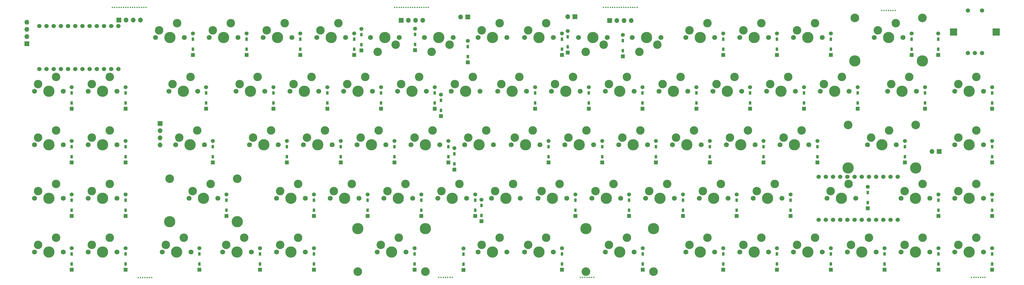
<source format=gbr>
%TF.GenerationSoftware,KiCad,Pcbnew,8.0.8*%
%TF.CreationDate,2025-04-13T22:17:09+09:00*%
%TF.ProjectId,sswkbd_wiring,7373776b-6264-45f7-9769-72696e672e6b,rev?*%
%TF.SameCoordinates,Original*%
%TF.FileFunction,Soldermask,Top*%
%TF.FilePolarity,Negative*%
%FSLAX46Y46*%
G04 Gerber Fmt 4.6, Leading zero omitted, Abs format (unit mm)*
G04 Created by KiCad (PCBNEW 8.0.8) date 2025-04-13 22:17:09*
%MOMM*%
%LPD*%
G01*
G04 APERTURE LIST*
%ADD10R,1.397000X1.397000*%
%ADD11R,0.950000X1.300000*%
%ADD12C,1.397000*%
%ADD13C,1.750000*%
%ADD14C,3.000000*%
%ADD15C,3.987800*%
%ADD16C,3.048000*%
%ADD17C,0.500000*%
%ADD18R,1.700000X1.700000*%
%ADD19O,1.700000X1.700000*%
%ADD20C,1.524000*%
%ADD21R,2.500000X2.500000*%
%ADD22C,1.500000*%
G04 APERTURE END LIST*
D10*
%TO.C,D32*%
X366509249Y-98964950D03*
D11*
X366509249Y-96929950D03*
X366509249Y-93379950D03*
D12*
X366509249Y-91344950D03*
%TD*%
D13*
%TO.C,SW13*%
X296333000Y-73760000D03*
D14*
X297603000Y-71220000D03*
D15*
X301413000Y-73760000D03*
D14*
X303953000Y-68680000D03*
D13*
X306493000Y-73760000D03*
%TD*%
D10*
%TO.C,D67*%
X86461999Y-156014950D03*
D11*
X86461999Y-153979950D03*
X86461999Y-150429950D03*
D12*
X86461999Y-148394950D03*
%TD*%
D10*
%TO.C,D50*%
X60336999Y-137014950D03*
D11*
X60336999Y-134979950D03*
X60336999Y-131429950D03*
D12*
X60336999Y-129394950D03*
%TD*%
D10*
%TO.C,D73*%
X243034249Y-156014950D03*
D11*
X243034249Y-153979950D03*
X243034249Y-150429950D03*
D12*
X243034249Y-148394950D03*
%TD*%
D10*
%TO.C,D46*%
X304759249Y-117989950D03*
D11*
X304759249Y-115954950D03*
X304759249Y-112404950D03*
D12*
X304759249Y-110369950D03*
%TD*%
D13*
%TO.C,SW6*%
X176071250Y-73760000D03*
D14*
X174801250Y-76300000D03*
D15*
X170991250Y-73760000D03*
D14*
X168451250Y-78840000D03*
D13*
X165911250Y-73760000D03*
%TD*%
D10*
%TO.C,D38*%
X155361999Y-117989950D03*
D11*
X155361999Y-115954950D03*
X155361999Y-112404950D03*
D12*
X155361999Y-110369950D03*
%TD*%
D10*
%TO.C,D76*%
X309509249Y-156014950D03*
D11*
X309509249Y-153979950D03*
X309509249Y-150429950D03*
D12*
X309509249Y-148394950D03*
%TD*%
D10*
%TO.C,D74*%
X271509249Y-156014950D03*
D11*
X271509249Y-153979950D03*
X271509249Y-150429950D03*
D12*
X271509249Y-148394950D03*
%TD*%
D10*
%TO.C,D52*%
X126861999Y-137014950D03*
D11*
X126861999Y-134979950D03*
X126861999Y-131429950D03*
D12*
X126861999Y-129394950D03*
%TD*%
D10*
%TO.C,D39*%
X174361999Y-117989950D03*
D11*
X174361999Y-115954950D03*
X174361999Y-112404950D03*
D12*
X174361999Y-110369950D03*
%TD*%
D10*
%TO.C,D15*%
X347491000Y-79958000D03*
D11*
X347491000Y-77923000D03*
X347491000Y-74373000D03*
D12*
X347491000Y-72338000D03*
%TD*%
D10*
%TO.C,D44*%
X266759249Y-117989950D03*
D11*
X266759249Y-115954950D03*
X266759249Y-112404950D03*
D12*
X266759249Y-110369950D03*
%TD*%
D13*
%TO.C,SW50*%
X47160750Y-130760000D03*
D14*
X48430750Y-128220000D03*
D15*
X52240750Y-130760000D03*
D14*
X54780750Y-125680000D03*
D13*
X57320750Y-130760000D03*
%TD*%
%TO.C,SW28*%
X267833000Y-92760000D03*
D14*
X269103000Y-90220000D03*
D15*
X272913000Y-92760000D03*
D14*
X275453000Y-87680000D03*
D13*
X277993000Y-92760000D03*
%TD*%
%TO.C,SW75*%
X277333000Y-149760000D03*
D14*
X278603000Y-147220000D03*
D15*
X282413000Y-149760000D03*
D14*
X284953000Y-144680000D03*
D13*
X287493000Y-149760000D03*
%TD*%
D10*
%TO.C,D4*%
X141111999Y-79964950D03*
D11*
X141111999Y-77929950D03*
X141111999Y-74379950D03*
D12*
X141111999Y-72344950D03*
%TD*%
D13*
%TO.C,SW2*%
X89910750Y-73760000D03*
D14*
X91180750Y-71220000D03*
D15*
X94990750Y-73760000D03*
D14*
X97530750Y-68680000D03*
D13*
X100070750Y-73760000D03*
%TD*%
%TO.C,SW22*%
X156410750Y-92760000D03*
D14*
X157680750Y-90220000D03*
D15*
X161490750Y-92760000D03*
D14*
X164030750Y-87680000D03*
D13*
X166570750Y-92760000D03*
%TD*%
D10*
%TO.C,D43*%
X247759249Y-117989950D03*
D11*
X247759249Y-115954950D03*
X247759249Y-112404950D03*
D12*
X247759249Y-110369950D03*
%TD*%
D13*
%TO.C,SW53*%
X132660750Y-130760000D03*
D14*
X133930750Y-128220000D03*
D15*
X137740750Y-130760000D03*
D14*
X140280750Y-125680000D03*
D13*
X142820750Y-130760000D03*
%TD*%
%TO.C,SW66*%
X47160750Y-149760000D03*
D14*
X48430750Y-147220000D03*
D15*
X52240750Y-149760000D03*
D14*
X54780750Y-144680000D03*
D13*
X57320750Y-149760000D03*
%TD*%
D10*
%TO.C,D41*%
X209759249Y-117989950D03*
D11*
X209759249Y-115954950D03*
X209759249Y-112404950D03*
D12*
X209759249Y-110369950D03*
%TD*%
D10*
%TO.C,D1*%
X84111999Y-79964950D03*
D11*
X84111999Y-77929950D03*
X84111999Y-74379950D03*
D12*
X84111999Y-72344950D03*
%TD*%
D13*
%TO.C,SW18*%
X75660750Y-92760000D03*
D14*
X76930750Y-90220000D03*
D15*
X80740750Y-92760000D03*
D14*
X83280750Y-87680000D03*
D13*
X85820750Y-92760000D03*
%TD*%
%TO.C,SW8*%
X211493000Y-73760000D03*
D14*
X208953000Y-68680000D03*
D15*
X206413000Y-73760000D03*
D14*
X202603000Y-71220000D03*
D13*
X201333000Y-73760000D03*
%TD*%
%TO.C,SW26*%
X229833000Y-92760000D03*
D14*
X231103000Y-90220000D03*
D15*
X234913000Y-92760000D03*
D14*
X237453000Y-87680000D03*
D13*
X239993000Y-92760000D03*
%TD*%
D10*
%TO.C,D11*%
X271509249Y-79964950D03*
D11*
X271509249Y-77929950D03*
X271509249Y-74379950D03*
D12*
X271509249Y-72344950D03*
%TD*%
D13*
%TO.C,SW29*%
X286833000Y-92760000D03*
D14*
X288103000Y-90220000D03*
D15*
X291913000Y-92760000D03*
D14*
X294453000Y-87680000D03*
D13*
X296993000Y-92760000D03*
%TD*%
D10*
%TO.C,D51*%
X95961999Y-137014950D03*
D11*
X95961999Y-134979950D03*
X95961999Y-131429950D03*
D12*
X95961999Y-129394950D03*
%TD*%
D13*
%TO.C,SW41*%
X196583000Y-111760000D03*
D14*
X197853000Y-109220000D03*
D15*
X201663000Y-111760000D03*
D14*
X204203000Y-106680000D03*
D13*
X206743000Y-111760000D03*
%TD*%
%TO.C,SW67*%
X73285750Y-149760000D03*
D14*
X74555750Y-147220000D03*
D15*
X78365750Y-149760000D03*
D14*
X80905750Y-144680000D03*
D13*
X83445750Y-149760000D03*
%TD*%
%TO.C,SW77*%
X315333000Y-149760000D03*
D14*
X316603000Y-147220000D03*
D15*
X320413000Y-149760000D03*
D14*
X322953000Y-144680000D03*
D13*
X325493000Y-149760000D03*
%TD*%
D15*
%TO.C,SW73*%
X223000000Y-141505000D03*
D16*
X223000000Y-156745000D03*
D13*
X229858000Y-149760000D03*
D14*
X231128000Y-147220000D03*
D15*
X234938000Y-149760000D03*
D14*
X237478000Y-144680000D03*
D13*
X240018000Y-149760000D03*
D15*
X246876000Y-141505000D03*
D16*
X246876000Y-156745000D03*
%TD*%
D13*
%TO.C,SW43*%
X234583000Y-111760000D03*
D14*
X235853000Y-109220000D03*
D15*
X239663000Y-111760000D03*
D14*
X242203000Y-106680000D03*
D13*
X244743000Y-111760000D03*
%TD*%
D10*
%TO.C,D59*%
X257259249Y-137014950D03*
D11*
X257259249Y-134979950D03*
X257259249Y-131429950D03*
D12*
X257259249Y-129394950D03*
%TD*%
D10*
%TO.C,D9*%
X216600000Y-79110000D03*
D11*
X216600000Y-77075000D03*
X216600000Y-73525000D03*
D12*
X216600000Y-71490000D03*
%TD*%
D10*
%TO.C,D3*%
X122111999Y-79964950D03*
D11*
X122111999Y-77929950D03*
X122111999Y-74379950D03*
D12*
X122111999Y-72344950D03*
%TD*%
D15*
%TO.C,SW70*%
X142402750Y-141505000D03*
D16*
X142402750Y-156745000D03*
D13*
X149260750Y-149760000D03*
D14*
X150530750Y-147220000D03*
D15*
X154340750Y-149760000D03*
D14*
X156880750Y-144680000D03*
D13*
X159420750Y-149760000D03*
D15*
X166278750Y-141505000D03*
D16*
X166278750Y-156745000D03*
%TD*%
D13*
%TO.C,SW68*%
X94660750Y-149760000D03*
D14*
X95930750Y-147220000D03*
D15*
X99740750Y-149760000D03*
D14*
X102280750Y-144680000D03*
D13*
X104820750Y-149760000D03*
%TD*%
D10*
%TO.C,D42*%
X228759249Y-117989950D03*
D11*
X228759249Y-115954950D03*
X228759249Y-112404950D03*
D12*
X228759249Y-110369950D03*
%TD*%
D13*
%TO.C,SW23*%
X175410750Y-92760000D03*
D14*
X176680750Y-90220000D03*
D15*
X180490750Y-92760000D03*
D14*
X183030750Y-87680000D03*
D13*
X185570750Y-92760000D03*
%TD*%
%TO.C,SW76*%
X296333000Y-149760000D03*
D14*
X297603000Y-147220000D03*
D15*
X301413000Y-149760000D03*
D14*
X303953000Y-144680000D03*
D13*
X306493000Y-149760000D03*
%TD*%
D10*
%TO.C,D64*%
X366509249Y-137014950D03*
D11*
X366509249Y-134979950D03*
X366509249Y-131429950D03*
D12*
X366509249Y-129394950D03*
%TD*%
D10*
%TO.C,D23*%
X171795000Y-101590000D03*
D11*
X171795000Y-99555000D03*
X171795000Y-96005000D03*
D12*
X171795000Y-93970000D03*
%TD*%
D13*
%TO.C,SW24*%
X191833000Y-92760000D03*
D14*
X193103000Y-90220000D03*
D15*
X196913000Y-92760000D03*
D14*
X199453000Y-87680000D03*
D13*
X201993000Y-92760000D03*
%TD*%
D10*
%TO.C,D33*%
X41336999Y-117989950D03*
D11*
X41336999Y-115954950D03*
X41336999Y-112404950D03*
D12*
X41336999Y-110369950D03*
%TD*%
D17*
%TO.C,REF\u002A\u002A*%
X55689400Y-63093600D03*
X56481067Y-63093600D03*
X57272733Y-63093600D03*
X58064400Y-63093600D03*
X58856067Y-63093600D03*
X59647733Y-63093600D03*
X60439400Y-63093600D03*
%TD*%
D18*
%TO.C,J4*%
X347775000Y-114100000D03*
D19*
X345235000Y-114100000D03*
%TD*%
D13*
%TO.C,SW10*%
X249493000Y-73760000D03*
D14*
X248223000Y-76300000D03*
D15*
X244413000Y-73760000D03*
D14*
X241873000Y-78840000D03*
D13*
X239333000Y-73760000D03*
%TD*%
%TO.C,SW79*%
X353333000Y-149760000D03*
D14*
X354603000Y-147220000D03*
D15*
X358413000Y-149760000D03*
D14*
X360953000Y-144680000D03*
D13*
X363493000Y-149760000D03*
%TD*%
%TO.C,SW78*%
X334333000Y-149760000D03*
D14*
X335603000Y-147220000D03*
D15*
X339413000Y-149760000D03*
D14*
X341953000Y-144680000D03*
D13*
X344493000Y-149760000D03*
%TD*%
D17*
%TO.C,REF\u002A\u002A*%
X225768000Y-158781800D03*
X224976333Y-158781800D03*
X224184667Y-158781800D03*
X223393000Y-158781800D03*
X222601333Y-158781800D03*
X221809667Y-158781800D03*
X221018000Y-158781800D03*
%TD*%
D10*
%TO.C,D8*%
X214509249Y-79964950D03*
D11*
X214509249Y-77929950D03*
X214509249Y-74379950D03*
D12*
X214509249Y-72344950D03*
%TD*%
D17*
%TO.C,REF\u002A\u002A*%
X160189400Y-63093600D03*
X160981067Y-63093600D03*
X161772733Y-63093600D03*
X162564400Y-63093600D03*
X163356067Y-63093600D03*
X164147733Y-63093600D03*
X164939400Y-63093600D03*
%TD*%
D10*
%TO.C,D45*%
X285759249Y-117989950D03*
D11*
X285759249Y-115954950D03*
X285759249Y-112404950D03*
D12*
X285759249Y-110369950D03*
%TD*%
D10*
%TO.C,D65*%
X41336999Y-156014950D03*
D11*
X41336999Y-153979950D03*
X41336999Y-150429950D03*
D12*
X41336999Y-148394950D03*
%TD*%
D17*
%TO.C,REF\u002A\u002A*%
X162565400Y-63093600D03*
X163357067Y-63093600D03*
X164148733Y-63093600D03*
X164940400Y-63093600D03*
X165732067Y-63093600D03*
X166523733Y-63093600D03*
X167315400Y-63093600D03*
%TD*%
D10*
%TO.C,D70*%
X162461999Y-156014950D03*
D11*
X162461999Y-153979950D03*
X162461999Y-150429950D03*
D12*
X162461999Y-148394950D03*
%TD*%
D13*
%TO.C,SW16*%
X28160750Y-92760000D03*
D14*
X29430750Y-90220000D03*
D15*
X33240750Y-92760000D03*
D14*
X35780750Y-87680000D03*
D13*
X38320750Y-92760000D03*
%TD*%
D10*
%TO.C,D24*%
X205009249Y-98964950D03*
D11*
X205009249Y-96929950D03*
X205009249Y-93379950D03*
D12*
X205009249Y-91344950D03*
%TD*%
D13*
%TO.C,SW65*%
X28160750Y-149760000D03*
D14*
X29430750Y-147220000D03*
D15*
X33240750Y-149760000D03*
D14*
X35780750Y-144680000D03*
D13*
X38320750Y-149760000D03*
%TD*%
%TO.C,SW58*%
X225083000Y-130760000D03*
D14*
X226353000Y-128220000D03*
D15*
X230163000Y-130760000D03*
D14*
X232703000Y-125680000D03*
D13*
X235243000Y-130760000D03*
%TD*%
D10*
%TO.C,D26*%
X243009249Y-98964950D03*
D11*
X243009249Y-96929950D03*
X243009249Y-93379950D03*
D12*
X243009249Y-91344950D03*
%TD*%
D18*
%TO.C,RST*%
X181275000Y-66500000D03*
D19*
X178735000Y-66500000D03*
%TD*%
D10*
%TO.C,D6*%
X162600000Y-78210000D03*
D11*
X162600000Y-76175000D03*
X162600000Y-72625000D03*
D12*
X162600000Y-70590000D03*
%TD*%
D17*
%TO.C,REF\u002A\u002A*%
X64808000Y-158807200D03*
X65599667Y-158807200D03*
X66391333Y-158807200D03*
X67183000Y-158807200D03*
X67974667Y-158807200D03*
X68766333Y-158807200D03*
X69558000Y-158807200D03*
%TD*%
D10*
%TO.C,D14*%
X338034249Y-79964950D03*
D11*
X338034249Y-77929950D03*
X338034249Y-74379950D03*
D12*
X338034249Y-72344950D03*
%TD*%
D13*
%TO.C,SW57*%
X206083000Y-130760000D03*
D14*
X207353000Y-128220000D03*
D15*
X211163000Y-130760000D03*
D14*
X213703000Y-125680000D03*
D13*
X216243000Y-130760000D03*
%TD*%
D10*
%TO.C,D12*%
X290509249Y-79964950D03*
D11*
X290509249Y-77929950D03*
X290509249Y-74379950D03*
D12*
X290509249Y-72344950D03*
%TD*%
D13*
%TO.C,SW59*%
X244083000Y-130760000D03*
D14*
X245353000Y-128220000D03*
D15*
X249163000Y-130760000D03*
D14*
X251703000Y-125680000D03*
D13*
X254243000Y-130760000D03*
%TD*%
%TO.C,SW64*%
X353333000Y-130760000D03*
D14*
X354603000Y-128220000D03*
D15*
X358413000Y-130760000D03*
D14*
X360953000Y-125680000D03*
D13*
X363493000Y-130760000D03*
%TD*%
D17*
%TO.C,REF\u002A\u002A*%
X229217400Y-63093600D03*
X230009067Y-63093600D03*
X230800733Y-63093600D03*
X231592400Y-63093600D03*
X232384067Y-63093600D03*
X233175733Y-63093600D03*
X233967400Y-63093600D03*
%TD*%
D16*
%TO.C,SW14*%
X317975000Y-66775000D03*
D15*
X317975000Y-82015000D03*
D13*
X324833000Y-73760000D03*
D14*
X326103000Y-71220000D03*
D15*
X329913000Y-73760000D03*
D14*
X332453000Y-68680000D03*
D13*
X334993000Y-73760000D03*
D16*
X341851000Y-66775000D03*
D15*
X341851000Y-82015000D03*
%TD*%
D18*
%TO.C,USB_PRO_MICRO1*%
X72567800Y-104267000D03*
D19*
X72567800Y-106807000D03*
X72567800Y-109347000D03*
X72567800Y-111887000D03*
%TD*%
D13*
%TO.C,SW63*%
X334333000Y-130760000D03*
D14*
X335603000Y-128220000D03*
D15*
X339413000Y-130760000D03*
D14*
X341953000Y-125680000D03*
D13*
X344493000Y-130760000D03*
%TD*%
D10*
%TO.C,D36*%
X117361999Y-117989950D03*
D11*
X117361999Y-115954950D03*
X117361999Y-112404950D03*
D12*
X117361999Y-110369950D03*
%TD*%
D10*
%TO.C,D29*%
X300009249Y-98964950D03*
D11*
X300009249Y-96929950D03*
X300009249Y-93379950D03*
D12*
X300009249Y-91344950D03*
%TD*%
D13*
%TO.C,SW38*%
X142160750Y-111760000D03*
D14*
X143430750Y-109220000D03*
D15*
X147240750Y-111760000D03*
D14*
X149780750Y-106680000D03*
D13*
X152320750Y-111760000D03*
%TD*%
%TO.C,SW69*%
X113660750Y-149760000D03*
D14*
X114930750Y-147220000D03*
D15*
X118740750Y-149760000D03*
D14*
X121280750Y-144680000D03*
D13*
X123820750Y-149760000D03*
%TD*%
D10*
%TO.C,D69*%
X126861999Y-156014950D03*
D11*
X126861999Y-153979950D03*
X126861999Y-150429950D03*
D12*
X126861999Y-148394950D03*
%TD*%
D13*
%TO.C,SW60*%
X263083000Y-130760000D03*
D14*
X264353000Y-128220000D03*
D15*
X268163000Y-130760000D03*
D14*
X270703000Y-125680000D03*
D13*
X273243000Y-130760000D03*
%TD*%
%TO.C,SW9*%
X230493000Y-73760000D03*
D14*
X229223000Y-76300000D03*
D15*
X225413000Y-73760000D03*
D14*
X222873000Y-78840000D03*
D13*
X220333000Y-73760000D03*
%TD*%
D16*
%TO.C,SW51*%
X75927750Y-123775000D03*
D15*
X75927750Y-139015000D03*
D13*
X82785750Y-130760000D03*
D14*
X84055750Y-128220000D03*
D15*
X87865750Y-130760000D03*
D14*
X90405750Y-125680000D03*
D13*
X92945750Y-130760000D03*
D16*
X99803750Y-123775000D03*
D15*
X99803750Y-139015000D03*
%TD*%
D10*
%TO.C,D20*%
X131611999Y-98964950D03*
D11*
X131611999Y-96929950D03*
X131611999Y-93379950D03*
D12*
X131611999Y-91344950D03*
%TD*%
D13*
%TO.C,SW12*%
X277333000Y-73760000D03*
D14*
X278603000Y-71220000D03*
D15*
X282413000Y-73760000D03*
D14*
X284953000Y-68680000D03*
D13*
X287493000Y-73760000D03*
%TD*%
%TO.C,SW49*%
X28160750Y-130760000D03*
D14*
X29430750Y-128220000D03*
D15*
X33240750Y-130760000D03*
D14*
X35780750Y-125680000D03*
D13*
X38320750Y-130760000D03*
%TD*%
D10*
%TO.C,D47*%
X335659249Y-117989950D03*
D11*
X335659249Y-115954950D03*
X335659249Y-112404950D03*
D12*
X335659249Y-110369950D03*
%TD*%
D13*
%TO.C,SW27*%
X248833000Y-92760000D03*
D14*
X250103000Y-90220000D03*
D15*
X253913000Y-92760000D03*
D14*
X256453000Y-87680000D03*
D13*
X258993000Y-92760000D03*
%TD*%
%TO.C,SW56*%
X189660750Y-130760000D03*
D14*
X190930750Y-128220000D03*
D15*
X194740750Y-130760000D03*
D14*
X197280750Y-125680000D03*
D13*
X199820750Y-130760000D03*
%TD*%
D10*
%TO.C,D62*%
X322550000Y-134260000D03*
D11*
X322550000Y-132225000D03*
X322550000Y-128675000D03*
D12*
X322550000Y-126640000D03*
%TD*%
D13*
%TO.C,SW7*%
X184910750Y-73760000D03*
D14*
X186180750Y-71220000D03*
D15*
X189990750Y-73760000D03*
D14*
X192530750Y-68680000D03*
D13*
X195070750Y-73760000D03*
%TD*%
D10*
%TO.C,D48*%
X366509249Y-117989950D03*
D11*
X366509249Y-115954950D03*
X366509249Y-112404950D03*
D12*
X366509249Y-110369950D03*
%TD*%
D13*
%TO.C,SW39*%
X161160750Y-111760000D03*
D14*
X162430750Y-109220000D03*
D15*
X166240750Y-111760000D03*
D14*
X168780750Y-106680000D03*
D13*
X171320750Y-111760000D03*
%TD*%
%TO.C,SW4*%
X127910750Y-73760000D03*
D14*
X129180750Y-71220000D03*
D15*
X132990750Y-73760000D03*
D14*
X135530750Y-68680000D03*
D13*
X138070750Y-73760000D03*
%TD*%
D10*
%TO.C,D22*%
X169611999Y-98964950D03*
D11*
X169611999Y-96929950D03*
X169611999Y-93379950D03*
D12*
X169611999Y-91344950D03*
%TD*%
D10*
%TO.C,D16*%
X41336999Y-98964950D03*
D11*
X41336999Y-96929950D03*
X41336999Y-93379950D03*
D12*
X41336999Y-91344950D03*
%TD*%
D16*
%TO.C,SW47*%
X315600000Y-104775000D03*
D15*
X315600000Y-120015000D03*
D13*
X322458000Y-111760000D03*
D14*
X323728000Y-109220000D03*
D15*
X327538000Y-111760000D03*
D14*
X330078000Y-106680000D03*
D13*
X332618000Y-111760000D03*
D16*
X339476000Y-104775000D03*
D15*
X339476000Y-120015000D03*
%TD*%
D13*
%TO.C,SW17*%
X47160750Y-92760000D03*
D14*
X48430750Y-90220000D03*
D15*
X52240750Y-92760000D03*
D14*
X54780750Y-87680000D03*
D13*
X57320750Y-92760000D03*
%TD*%
D17*
%TO.C,REF\u002A\u002A*%
X62815400Y-63093600D03*
X63607067Y-63093600D03*
X64398733Y-63093600D03*
X65190400Y-63093600D03*
X65982067Y-63093600D03*
X66773733Y-63093600D03*
X67565400Y-63093600D03*
%TD*%
D10*
%TO.C,D49*%
X41336999Y-137014950D03*
D11*
X41336999Y-134979950D03*
X41336999Y-131429950D03*
D12*
X41336999Y-129394950D03*
%TD*%
D10*
%TO.C,D25*%
X224009249Y-98964950D03*
D11*
X224009249Y-96929950D03*
X224009249Y-93379950D03*
D12*
X224009249Y-91344950D03*
%TD*%
D10*
%TO.C,D53*%
X145861999Y-137014950D03*
D11*
X145861999Y-134979950D03*
X145861999Y-131429950D03*
D12*
X145861999Y-129394950D03*
%TD*%
D10*
%TO.C,D28*%
X281009249Y-98964950D03*
D11*
X281009249Y-96929950D03*
X281009249Y-93379950D03*
D12*
X281009249Y-91344950D03*
%TD*%
D10*
%TO.C,D7*%
X181255000Y-82565000D03*
D11*
X181255000Y-80530000D03*
X181255000Y-76980000D03*
D12*
X181255000Y-74945000D03*
%TD*%
D10*
%TO.C,D61*%
X295259249Y-137014950D03*
D11*
X295259249Y-134979950D03*
X295259249Y-131429950D03*
D12*
X295259249Y-129394950D03*
%TD*%
D10*
%TO.C,D37*%
X136361999Y-117989950D03*
D11*
X136361999Y-115954950D03*
X136361999Y-112404950D03*
D12*
X136361999Y-110369950D03*
%TD*%
D13*
%TO.C,SW19*%
X99410750Y-92760000D03*
D14*
X100680750Y-90220000D03*
D15*
X104490750Y-92760000D03*
D14*
X107030750Y-87680000D03*
D13*
X109570750Y-92760000D03*
%TD*%
D18*
%TO.C,USB_SPLIT_R*%
X231340000Y-67700000D03*
D19*
X233880000Y-67700000D03*
X236420000Y-67700000D03*
X238960000Y-67700000D03*
%TD*%
D10*
%TO.C,D77*%
X328509249Y-156014950D03*
D11*
X328509249Y-153979950D03*
X328509249Y-150429950D03*
D12*
X328509249Y-148394950D03*
%TD*%
D20*
%TO.C,U2*%
X305200000Y-123090000D03*
X307740000Y-123090000D03*
X310280000Y-123090000D03*
X312820000Y-123090000D03*
X315360000Y-123090000D03*
X317900000Y-123090000D03*
X320440000Y-123090000D03*
X322980000Y-123090000D03*
X325520000Y-123090000D03*
X328060000Y-123090000D03*
X330600000Y-123090000D03*
X333140000Y-123090000D03*
X333140000Y-138310000D03*
X330600000Y-138310000D03*
X328060000Y-138310000D03*
X325520000Y-138310000D03*
X322980000Y-138310000D03*
X320440000Y-138310000D03*
X317900000Y-138310000D03*
X315360000Y-138310000D03*
X312820000Y-138310000D03*
X310280000Y-138310000D03*
X307740000Y-138310000D03*
X305200000Y-138310000D03*
%TD*%
D10*
%TO.C,D10*%
X236000000Y-80410000D03*
D11*
X236000000Y-78375000D03*
X236000000Y-74825000D03*
D12*
X236000000Y-72790000D03*
%TD*%
D10*
%TO.C,D57*%
X219259249Y-137014950D03*
D11*
X219259249Y-134979950D03*
X219259249Y-131429950D03*
D12*
X219259249Y-129394950D03*
%TD*%
D13*
%TO.C,SW36*%
X104160750Y-111760000D03*
D14*
X105430750Y-109220000D03*
D15*
X109240750Y-111760000D03*
D14*
X111780750Y-106680000D03*
D13*
X114320750Y-111760000D03*
%TD*%
D18*
%TO.C,USB_main1*%
X58017750Y-67535000D03*
D19*
X60557750Y-67535000D03*
X63097750Y-67535000D03*
X65637750Y-67535000D03*
%TD*%
D13*
%TO.C,SW55*%
X170660750Y-130760000D03*
D14*
X171930750Y-128220000D03*
D15*
X175740750Y-130760000D03*
D14*
X178280750Y-125680000D03*
D13*
X180820750Y-130760000D03*
%TD*%
D10*
%TO.C,D75*%
X290509249Y-156014950D03*
D11*
X290509249Y-153979950D03*
X290509249Y-150429950D03*
D12*
X290509249Y-148394950D03*
%TD*%
D10*
%TO.C,D56*%
X186040000Y-138830000D03*
D11*
X186040000Y-136795000D03*
X186040000Y-133245000D03*
D12*
X186040000Y-131210000D03*
%TD*%
D17*
%TO.C,REF\u002A\u002A*%
X60439400Y-63093600D03*
X61231067Y-63093600D03*
X62022733Y-63093600D03*
X62814400Y-63093600D03*
X63606067Y-63093600D03*
X64397733Y-63093600D03*
X65189400Y-63093600D03*
%TD*%
D13*
%TO.C,SW62*%
X308208000Y-130760000D03*
D14*
X309478000Y-128220000D03*
D15*
X313288000Y-130760000D03*
D14*
X315828000Y-125680000D03*
D13*
X318368000Y-130760000D03*
%TD*%
%TO.C,SW31*%
X339743000Y-92760000D03*
D14*
X337203000Y-87680000D03*
D15*
X334663000Y-92760000D03*
D14*
X330853000Y-90220000D03*
D13*
X329583000Y-92760000D03*
%TD*%
D18*
%TO.C,USB_SPLIT_L*%
X157706250Y-67635000D03*
D19*
X160246250Y-67635000D03*
X162786250Y-67635000D03*
X165326250Y-67635000D03*
%TD*%
D18*
%TO.C,OLED*%
X25450750Y-75962370D03*
D19*
X25450750Y-73422370D03*
X25450750Y-70882370D03*
X25450750Y-68342370D03*
%TD*%
D10*
%TO.C,D60*%
X276259249Y-137014950D03*
D11*
X276259249Y-134979950D03*
X276259249Y-131429950D03*
D12*
X276259249Y-129394950D03*
%TD*%
D10*
%TO.C,D5*%
X143637000Y-78356000D03*
D11*
X143637000Y-76321000D03*
X143637000Y-72771000D03*
D12*
X143637000Y-70736000D03*
%TD*%
D13*
%TO.C,SW61*%
X282083000Y-130760000D03*
D14*
X283353000Y-128220000D03*
D15*
X287163000Y-130760000D03*
D14*
X289703000Y-125680000D03*
D13*
X292243000Y-130760000D03*
%TD*%
D10*
%TO.C,D35*%
X91211999Y-117989950D03*
D11*
X91211999Y-115954950D03*
X91211999Y-112404950D03*
D12*
X91211999Y-110369950D03*
%TD*%
D13*
%TO.C,SW48*%
X353333000Y-111760000D03*
D14*
X354603000Y-109220000D03*
D15*
X358413000Y-111760000D03*
D14*
X360953000Y-106680000D03*
D13*
X363493000Y-111760000D03*
%TD*%
D17*
%TO.C,REF\u002A\u002A*%
X236343400Y-63093600D03*
X237135067Y-63093600D03*
X237926733Y-63093600D03*
X238718400Y-63093600D03*
X239510067Y-63093600D03*
X240301733Y-63093600D03*
X241093400Y-63093600D03*
%TD*%
D10*
%TO.C,D21*%
X150611999Y-98964950D03*
D11*
X150611999Y-96929950D03*
X150611999Y-93379950D03*
D12*
X150611999Y-91344950D03*
%TD*%
D13*
%TO.C,SW5*%
X157071250Y-73760000D03*
D14*
X155801250Y-76300000D03*
D15*
X151991250Y-73760000D03*
D14*
X149451250Y-78840000D03*
D13*
X146911250Y-73760000D03*
%TD*%
D10*
%TO.C,D13*%
X309509249Y-79964950D03*
D11*
X309509249Y-77929950D03*
X309509249Y-74379950D03*
D12*
X309509249Y-72344950D03*
%TD*%
D13*
%TO.C,SW52*%
X113660750Y-130760000D03*
D14*
X114930750Y-128220000D03*
D15*
X118740750Y-130760000D03*
D14*
X121280750Y-125680000D03*
D13*
X123820750Y-130760000D03*
%TD*%
D10*
%TO.C,D18*%
X88836999Y-98964950D03*
D11*
X88836999Y-96929950D03*
X88836999Y-93379950D03*
D12*
X88836999Y-91344950D03*
%TD*%
D13*
%TO.C,SW54*%
X151660750Y-130760000D03*
D14*
X152930750Y-128220000D03*
D15*
X156740750Y-130760000D03*
D14*
X159280750Y-125680000D03*
D13*
X161820750Y-130760000D03*
%TD*%
%TO.C,SW33*%
X28160750Y-111760000D03*
D14*
X29430750Y-109220000D03*
D15*
X33240750Y-111760000D03*
D14*
X35780750Y-106680000D03*
D13*
X38320750Y-111760000D03*
%TD*%
D17*
%TO.C,REF\u002A\u002A*%
X233967400Y-63093600D03*
X234759067Y-63093600D03*
X235550733Y-63093600D03*
X236342400Y-63093600D03*
X237134067Y-63093600D03*
X237925733Y-63093600D03*
X238717400Y-63093600D03*
%TD*%
D10*
%TO.C,D27*%
X262009249Y-98964950D03*
D11*
X262009249Y-96929950D03*
X262009249Y-93379950D03*
D12*
X262009249Y-91344950D03*
%TD*%
D13*
%TO.C,SW37*%
X123160750Y-111760000D03*
D14*
X124430750Y-109220000D03*
D15*
X128240750Y-111760000D03*
D14*
X130780750Y-106680000D03*
D13*
X133320750Y-111760000D03*
%TD*%
%TO.C,SW1*%
X70910750Y-73760000D03*
D14*
X72180750Y-71220000D03*
D15*
X75990750Y-73760000D03*
D14*
X78530750Y-68680000D03*
D13*
X81070750Y-73760000D03*
%TD*%
D10*
%TO.C,D55*%
X183861999Y-137014950D03*
D11*
X183861999Y-134979950D03*
X183861999Y-131429950D03*
D12*
X183861999Y-129394950D03*
%TD*%
D13*
%TO.C,SW30*%
X305833000Y-92760000D03*
D14*
X307103000Y-90220000D03*
D15*
X310913000Y-92760000D03*
D14*
X313453000Y-87680000D03*
D13*
X315993000Y-92760000D03*
%TD*%
D10*
%TO.C,D54*%
X164861999Y-137014950D03*
D11*
X164861999Y-134979950D03*
X164861999Y-131429950D03*
D12*
X164861999Y-129394950D03*
%TD*%
D13*
%TO.C,SW32*%
X353333000Y-92760000D03*
D14*
X354603000Y-90220000D03*
D15*
X358413000Y-92760000D03*
D14*
X360953000Y-87680000D03*
D13*
X363493000Y-92760000D03*
%TD*%
D17*
%TO.C,REF\u002A\u002A*%
X155439400Y-63093600D03*
X156231067Y-63093600D03*
X157022733Y-63093600D03*
X157814400Y-63093600D03*
X158606067Y-63093600D03*
X159397733Y-63093600D03*
X160189400Y-63093600D03*
%TD*%
D13*
%TO.C,SW71*%
X184910750Y-149760000D03*
D14*
X186180750Y-147220000D03*
D15*
X189990750Y-149760000D03*
D14*
X192530750Y-144680000D03*
D13*
X195070750Y-149760000D03*
%TD*%
%TO.C,SW11*%
X258333000Y-73760000D03*
D14*
X259603000Y-71220000D03*
D15*
X263413000Y-73760000D03*
D14*
X265953000Y-68680000D03*
D13*
X268493000Y-73760000D03*
%TD*%
%TO.C,SW21*%
X137410750Y-92760000D03*
D14*
X138680750Y-90220000D03*
D15*
X142490750Y-92760000D03*
D14*
X145030750Y-87680000D03*
D13*
X147570750Y-92760000D03*
%TD*%
D10*
%TO.C,D2*%
X103111999Y-79964950D03*
D11*
X103111999Y-77929950D03*
X103111999Y-74379950D03*
D12*
X103111999Y-72344950D03*
%TD*%
D13*
%TO.C,SW25*%
X210833000Y-92760000D03*
D14*
X212103000Y-90220000D03*
D15*
X215913000Y-92760000D03*
D14*
X218453000Y-87680000D03*
D13*
X220993000Y-92760000D03*
%TD*%
D10*
%TO.C,D79*%
X366509249Y-156014950D03*
D11*
X366509249Y-153979950D03*
X366509249Y-150429950D03*
D12*
X366509249Y-148394950D03*
%TD*%
D13*
%TO.C,SW40*%
X180160750Y-111760000D03*
D14*
X181430750Y-109220000D03*
D15*
X185240750Y-111760000D03*
D14*
X187780750Y-106680000D03*
D13*
X190320750Y-111760000D03*
%TD*%
%TO.C,SW72*%
X201333000Y-149760000D03*
D14*
X202603000Y-147220000D03*
D15*
X206413000Y-149760000D03*
D14*
X208953000Y-144680000D03*
D13*
X211493000Y-149760000D03*
%TD*%
D18*
%TO.C,RST*%
X219075000Y-66400000D03*
D19*
X216535000Y-66400000D03*
%TD*%
D10*
%TO.C,D78*%
X347509249Y-156014950D03*
D11*
X347509249Y-153979950D03*
X347509249Y-150429950D03*
D12*
X347509249Y-148394950D03*
%TD*%
D17*
%TO.C,REF\u002A\u002A*%
X363994800Y-158756400D03*
X363203133Y-158756400D03*
X362411467Y-158756400D03*
X361619800Y-158756400D03*
X360828133Y-158756400D03*
X360036467Y-158756400D03*
X359244800Y-158756400D03*
%TD*%
D13*
%TO.C,SW20*%
X118410750Y-92760000D03*
D14*
X119680750Y-90220000D03*
D15*
X123490750Y-92760000D03*
D14*
X126030750Y-87680000D03*
D13*
X128570750Y-92760000D03*
%TD*%
%TO.C,SW35*%
X78035750Y-111760000D03*
D14*
X79305750Y-109220000D03*
D15*
X83115750Y-111760000D03*
D14*
X85655750Y-106680000D03*
D13*
X88195750Y-111760000D03*
%TD*%
D20*
%TO.C,U1*%
X57847000Y-84908600D03*
X55307000Y-84908600D03*
X52767000Y-84908600D03*
X50227000Y-84908600D03*
X47687000Y-84908600D03*
X45147000Y-84908600D03*
X42607000Y-84908600D03*
X40067000Y-84908600D03*
X37527000Y-84908600D03*
X34987000Y-84908600D03*
X32447000Y-84908600D03*
X29907000Y-84908600D03*
X29907000Y-69688600D03*
X32447000Y-69688600D03*
X34987000Y-69688600D03*
X37527000Y-69688600D03*
X40067000Y-69688600D03*
X42607000Y-69688600D03*
X45147000Y-69688600D03*
X47687000Y-69688600D03*
X50227000Y-69688600D03*
X52767000Y-69688600D03*
X55307000Y-69688600D03*
X57847000Y-69688600D03*
%TD*%
D13*
%TO.C,SW34*%
X47160750Y-111760000D03*
D14*
X48430750Y-109220000D03*
D15*
X52240750Y-111760000D03*
D14*
X54780750Y-106680000D03*
D13*
X57320750Y-111760000D03*
%TD*%
D10*
%TO.C,D34*%
X60336999Y-117989950D03*
D11*
X60336999Y-115954950D03*
X60336999Y-112404950D03*
D12*
X60336999Y-110369950D03*
%TD*%
D10*
%TO.C,D71*%
X179695000Y-156115000D03*
D11*
X179695000Y-154080000D03*
X179695000Y-150530000D03*
D12*
X179695000Y-148495000D03*
%TD*%
D13*
%TO.C,SW44*%
X253583000Y-111760000D03*
D14*
X254853000Y-109220000D03*
D15*
X258663000Y-111760000D03*
D14*
X261203000Y-106680000D03*
D13*
X263743000Y-111760000D03*
%TD*%
D10*
%TO.C,D58*%
X238259249Y-137014950D03*
D11*
X238259249Y-134979950D03*
X238259249Y-131429950D03*
D12*
X238259249Y-129394950D03*
%TD*%
D13*
%TO.C,SW74*%
X258333000Y-149760000D03*
D14*
X259603000Y-147220000D03*
D15*
X263413000Y-149760000D03*
D14*
X265953000Y-144680000D03*
D13*
X268493000Y-149760000D03*
%TD*%
%TO.C,SW42*%
X215583000Y-111760000D03*
D14*
X216853000Y-109220000D03*
D15*
X220663000Y-111760000D03*
D14*
X223203000Y-106680000D03*
D13*
X225743000Y-111760000D03*
%TD*%
D10*
%TO.C,D31*%
X342784249Y-98964950D03*
D11*
X342784249Y-96929950D03*
X342784249Y-93379950D03*
D12*
X342784249Y-91344950D03*
%TD*%
D13*
%TO.C,SW3*%
X108910750Y-73760000D03*
D14*
X110180750Y-71220000D03*
D15*
X113990750Y-73760000D03*
D14*
X116530750Y-68680000D03*
D13*
X119070750Y-73760000D03*
%TD*%
D10*
%TO.C,D68*%
X107861999Y-156014950D03*
D11*
X107861999Y-153979950D03*
X107861999Y-150429950D03*
D12*
X107861999Y-148394950D03*
%TD*%
D10*
%TO.C,D19*%
X112611999Y-98964950D03*
D11*
X112611999Y-96929950D03*
X112611999Y-93379950D03*
D12*
X112611999Y-91344950D03*
%TD*%
D10*
%TO.C,D17*%
X60336999Y-98964950D03*
D11*
X60336999Y-96929950D03*
X60336999Y-93379950D03*
D12*
X60336999Y-91344950D03*
%TD*%
D10*
%TO.C,D72*%
X214509249Y-156014950D03*
D11*
X214509249Y-153979950D03*
X214509249Y-150429950D03*
D12*
X214509249Y-148394950D03*
%TD*%
D13*
%TO.C,SW45*%
X272583000Y-111760000D03*
D14*
X273853000Y-109220000D03*
D15*
X277663000Y-111760000D03*
D14*
X280203000Y-106680000D03*
D13*
X282743000Y-111760000D03*
%TD*%
D17*
%TO.C,REF\u002A\u002A*%
X327520200Y-64211200D03*
X328311867Y-64211200D03*
X329103533Y-64211200D03*
X329895200Y-64211200D03*
X330686867Y-64211200D03*
X331478533Y-64211200D03*
X332270200Y-64211200D03*
%TD*%
D10*
%TO.C,D30*%
X319009249Y-98964950D03*
D11*
X319009249Y-96929950D03*
X319009249Y-93379950D03*
D12*
X319009249Y-91344950D03*
%TD*%
D10*
%TO.C,D63*%
X347509249Y-137014950D03*
D11*
X347509249Y-134979950D03*
X347509249Y-131429950D03*
D12*
X347509249Y-129394950D03*
%TD*%
D13*
%TO.C,SW46*%
X291583000Y-111760000D03*
D14*
X292853000Y-109220000D03*
D15*
X296663000Y-111760000D03*
D14*
X299203000Y-106680000D03*
D13*
X301743000Y-111760000D03*
%TD*%
D17*
%TO.C,REF\u002A\u002A*%
X171005400Y-158756400D03*
X171797067Y-158756400D03*
X172588733Y-158756400D03*
X173380400Y-158756400D03*
X174172067Y-158756400D03*
X174963733Y-158756400D03*
X175755400Y-158756400D03*
%TD*%
D10*
%TO.C,D40*%
X176525000Y-120560000D03*
D11*
X176525000Y-118525000D03*
X176525000Y-114975000D03*
D12*
X176525000Y-112940000D03*
%TD*%
D21*
%TO.C,ENC*%
X367913000Y-71760000D03*
X352913000Y-71760000D03*
D22*
X357913000Y-79260000D03*
X362913000Y-79260000D03*
X360413000Y-79260000D03*
X362913000Y-64160000D03*
X357913000Y-64160000D03*
%TD*%
D10*
%TO.C,D66*%
X60336999Y-156014950D03*
D11*
X60336999Y-153979950D03*
X60336999Y-150429950D03*
D12*
X60336999Y-148394950D03*
%TD*%
M02*

</source>
